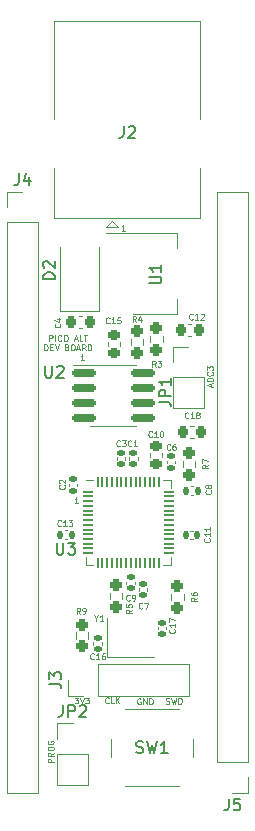
<source format=gbr>
%TF.GenerationSoftware,KiCad,Pcbnew,(6.0.11)*%
%TF.CreationDate,2024-02-22T22:04:14-06:00*%
%TF.ProjectId,PicoAlt,5069636f-416c-4742-9e6b-696361645f70,rev?*%
%TF.SameCoordinates,Original*%
%TF.FileFunction,Legend,Top*%
%TF.FilePolarity,Positive*%
%FSLAX46Y46*%
G04 Gerber Fmt 4.6, Leading zero omitted, Abs format (unit mm)*
G04 Created by KiCad (PCBNEW (6.0.11)) date 2024-02-22 22:04:14*
%MOMM*%
%LPD*%
G01*
G04 APERTURE LIST*
G04 Aperture macros list*
%AMRoundRect*
0 Rectangle with rounded corners*
0 $1 Rounding radius*
0 $2 $3 $4 $5 $6 $7 $8 $9 X,Y pos of 4 corners*
0 Add a 4 corners polygon primitive as box body*
4,1,4,$2,$3,$4,$5,$6,$7,$8,$9,$2,$3,0*
0 Add four circle primitives for the rounded corners*
1,1,$1+$1,$2,$3*
1,1,$1+$1,$4,$5*
1,1,$1+$1,$6,$7*
1,1,$1+$1,$8,$9*
0 Add four rect primitives between the rounded corners*
20,1,$1+$1,$2,$3,$4,$5,0*
20,1,$1+$1,$4,$5,$6,$7,0*
20,1,$1+$1,$6,$7,$8,$9,0*
20,1,$1+$1,$8,$9,$2,$3,0*%
G04 Aperture macros list end*
%ADD10C,0.125000*%
%ADD11C,0.150000*%
%ADD12C,0.120000*%
%ADD13R,1.700000X1.700000*%
%ADD14C,1.700000*%
%ADD15C,3.500000*%
%ADD16O,1.700000X1.700000*%
%ADD17RoundRect,0.225000X0.225000X0.250000X-0.225000X0.250000X-0.225000X-0.250000X0.225000X-0.250000X0*%
%ADD18RoundRect,0.225000X-0.225000X-0.250000X0.225000X-0.250000X0.225000X0.250000X-0.225000X0.250000X0*%
%ADD19RoundRect,0.237500X-0.237500X0.250000X-0.237500X-0.250000X0.237500X-0.250000X0.237500X0.250000X0*%
%ADD20R,1.400000X1.200000*%
%ADD21RoundRect,0.237500X0.237500X-0.250000X0.237500X0.250000X-0.237500X0.250000X-0.237500X-0.250000X0*%
%ADD22RoundRect,0.140000X0.170000X-0.140000X0.170000X0.140000X-0.170000X0.140000X-0.170000X-0.140000X0*%
%ADD23RoundRect,0.140000X-0.170000X0.140000X-0.170000X-0.140000X0.170000X-0.140000X0.170000X0.140000X0*%
%ADD24RoundRect,0.225000X0.250000X-0.225000X0.250000X0.225000X-0.250000X0.225000X-0.250000X-0.225000X0*%
%ADD25RoundRect,0.140000X0.140000X0.170000X-0.140000X0.170000X-0.140000X-0.170000X0.140000X-0.170000X0*%
%ADD26RoundRect,0.140000X-0.140000X-0.170000X0.140000X-0.170000X0.140000X0.170000X-0.140000X0.170000X0*%
%ADD27RoundRect,0.050000X-0.387500X-0.050000X0.387500X-0.050000X0.387500X0.050000X-0.387500X0.050000X0*%
%ADD28RoundRect,0.050000X-0.050000X-0.387500X0.050000X-0.387500X0.050000X0.387500X-0.050000X0.387500X0*%
%ADD29R,3.200000X3.200000*%
%ADD30RoundRect,0.150000X-0.825000X-0.150000X0.825000X-0.150000X0.825000X0.150000X-0.825000X0.150000X0*%
%ADD31R,2.000000X1.500000*%
%ADD32R,2.000000X3.800000*%
%ADD33C,2.000000*%
%ADD34R,1.800000X2.500000*%
G04 APERTURE END LIST*
D10*
X151831428Y-120742380D02*
X151902857Y-120766190D01*
X152021904Y-120766190D01*
X152069523Y-120742380D01*
X152093333Y-120718571D01*
X152117142Y-120670952D01*
X152117142Y-120623333D01*
X152093333Y-120575714D01*
X152069523Y-120551904D01*
X152021904Y-120528095D01*
X151926666Y-120504285D01*
X151879047Y-120480476D01*
X151855238Y-120456666D01*
X151831428Y-120409047D01*
X151831428Y-120361428D01*
X151855238Y-120313809D01*
X151879047Y-120290000D01*
X151926666Y-120266190D01*
X152045714Y-120266190D01*
X152117142Y-120290000D01*
X152283809Y-120266190D02*
X152402857Y-120766190D01*
X152498095Y-120409047D01*
X152593333Y-120766190D01*
X152712380Y-120266190D01*
X152902857Y-120766190D02*
X152902857Y-120266190D01*
X153021904Y-120266190D01*
X153093333Y-120290000D01*
X153140952Y-120337619D01*
X153164761Y-120385238D01*
X153188571Y-120480476D01*
X153188571Y-120551904D01*
X153164761Y-120647142D01*
X153140952Y-120694761D01*
X153093333Y-120742380D01*
X153021904Y-120766190D01*
X152902857Y-120766190D01*
X146992380Y-120678571D02*
X146968571Y-120702380D01*
X146897142Y-120726190D01*
X146849523Y-120726190D01*
X146778095Y-120702380D01*
X146730476Y-120654761D01*
X146706666Y-120607142D01*
X146682857Y-120511904D01*
X146682857Y-120440476D01*
X146706666Y-120345238D01*
X146730476Y-120297619D01*
X146778095Y-120250000D01*
X146849523Y-120226190D01*
X146897142Y-120226190D01*
X146968571Y-120250000D01*
X146992380Y-120273809D01*
X147444761Y-120726190D02*
X147206666Y-120726190D01*
X147206666Y-120226190D01*
X147611428Y-120726190D02*
X147611428Y-120226190D01*
X147897142Y-120726190D02*
X147682857Y-120440476D01*
X147897142Y-120226190D02*
X147611428Y-120511904D01*
X144120952Y-120236190D02*
X144430476Y-120236190D01*
X144263809Y-120426666D01*
X144335238Y-120426666D01*
X144382857Y-120450476D01*
X144406666Y-120474285D01*
X144430476Y-120521904D01*
X144430476Y-120640952D01*
X144406666Y-120688571D01*
X144382857Y-120712380D01*
X144335238Y-120736190D01*
X144192380Y-120736190D01*
X144144761Y-120712380D01*
X144120952Y-120688571D01*
X144573333Y-120236190D02*
X144740000Y-120736190D01*
X144906666Y-120236190D01*
X145025714Y-120236190D02*
X145335238Y-120236190D01*
X145168571Y-120426666D01*
X145240000Y-120426666D01*
X145287619Y-120450476D01*
X145311428Y-120474285D01*
X145335238Y-120521904D01*
X145335238Y-120640952D01*
X145311428Y-120688571D01*
X145287619Y-120712380D01*
X145240000Y-120736190D01*
X145097142Y-120736190D01*
X145049523Y-120712380D01*
X145025714Y-120688571D01*
X155673333Y-93907142D02*
X155673333Y-93669047D01*
X155816190Y-93954761D02*
X155316190Y-93788095D01*
X155816190Y-93621428D01*
X155816190Y-93454761D02*
X155316190Y-93454761D01*
X155316190Y-93335714D01*
X155340000Y-93264285D01*
X155387619Y-93216666D01*
X155435238Y-93192857D01*
X155530476Y-93169047D01*
X155601904Y-93169047D01*
X155697142Y-93192857D01*
X155744761Y-93216666D01*
X155792380Y-93264285D01*
X155816190Y-93335714D01*
X155816190Y-93454761D01*
X155768571Y-92669047D02*
X155792380Y-92692857D01*
X155816190Y-92764285D01*
X155816190Y-92811904D01*
X155792380Y-92883333D01*
X155744761Y-92930952D01*
X155697142Y-92954761D01*
X155601904Y-92978571D01*
X155530476Y-92978571D01*
X155435238Y-92954761D01*
X155387619Y-92930952D01*
X155340000Y-92883333D01*
X155316190Y-92811904D01*
X155316190Y-92764285D01*
X155340000Y-92692857D01*
X155363809Y-92669047D01*
X155316190Y-92502380D02*
X155316190Y-92192857D01*
X155506666Y-92359523D01*
X155506666Y-92288095D01*
X155530476Y-92240476D01*
X155554285Y-92216666D01*
X155601904Y-92192857D01*
X155720952Y-92192857D01*
X155768571Y-92216666D01*
X155792380Y-92240476D01*
X155816190Y-92288095D01*
X155816190Y-92430952D01*
X155792380Y-92478571D01*
X155768571Y-92502380D01*
X142326190Y-125692857D02*
X141826190Y-125692857D01*
X141826190Y-125502380D01*
X141850000Y-125454761D01*
X141873809Y-125430952D01*
X141921428Y-125407142D01*
X141992857Y-125407142D01*
X142040476Y-125430952D01*
X142064285Y-125454761D01*
X142088095Y-125502380D01*
X142088095Y-125692857D01*
X142326190Y-124907142D02*
X142088095Y-125073809D01*
X142326190Y-125192857D02*
X141826190Y-125192857D01*
X141826190Y-125002380D01*
X141850000Y-124954761D01*
X141873809Y-124930952D01*
X141921428Y-124907142D01*
X141992857Y-124907142D01*
X142040476Y-124930952D01*
X142064285Y-124954761D01*
X142088095Y-125002380D01*
X142088095Y-125192857D01*
X141826190Y-124597619D02*
X141826190Y-124502380D01*
X141850000Y-124454761D01*
X141897619Y-124407142D01*
X141992857Y-124383333D01*
X142159523Y-124383333D01*
X142254761Y-124407142D01*
X142302380Y-124454761D01*
X142326190Y-124502380D01*
X142326190Y-124597619D01*
X142302380Y-124645238D01*
X142254761Y-124692857D01*
X142159523Y-124716666D01*
X141992857Y-124716666D01*
X141897619Y-124692857D01*
X141850000Y-124645238D01*
X141826190Y-124597619D01*
X141850000Y-123907142D02*
X141826190Y-123954761D01*
X141826190Y-124026190D01*
X141850000Y-124097619D01*
X141897619Y-124145238D01*
X141945238Y-124169047D01*
X142040476Y-124192857D01*
X142111904Y-124192857D01*
X142207142Y-124169047D01*
X142254761Y-124145238D01*
X142302380Y-124097619D01*
X142326190Y-124026190D01*
X142326190Y-123978571D01*
X142302380Y-123907142D01*
X142278571Y-123883333D01*
X142111904Y-123883333D01*
X142111904Y-123978571D01*
X149689047Y-120330000D02*
X149641428Y-120306190D01*
X149570000Y-120306190D01*
X149498571Y-120330000D01*
X149450952Y-120377619D01*
X149427142Y-120425238D01*
X149403333Y-120520476D01*
X149403333Y-120591904D01*
X149427142Y-120687142D01*
X149450952Y-120734761D01*
X149498571Y-120782380D01*
X149570000Y-120806190D01*
X149617619Y-120806190D01*
X149689047Y-120782380D01*
X149712857Y-120758571D01*
X149712857Y-120591904D01*
X149617619Y-120591904D01*
X149927142Y-120806190D02*
X149927142Y-120306190D01*
X150212857Y-120806190D01*
X150212857Y-120306190D01*
X150450952Y-120806190D02*
X150450952Y-120306190D01*
X150570000Y-120306190D01*
X150641428Y-120330000D01*
X150689047Y-120377619D01*
X150712857Y-120425238D01*
X150736666Y-120520476D01*
X150736666Y-120591904D01*
X150712857Y-120687142D01*
X150689047Y-120734761D01*
X150641428Y-120782380D01*
X150570000Y-120806190D01*
X150450952Y-120806190D01*
X141970476Y-90033690D02*
X141970476Y-89533690D01*
X142160952Y-89533690D01*
X142208571Y-89557500D01*
X142232380Y-89581309D01*
X142256190Y-89628928D01*
X142256190Y-89700357D01*
X142232380Y-89747976D01*
X142208571Y-89771785D01*
X142160952Y-89795595D01*
X141970476Y-89795595D01*
X142470476Y-90033690D02*
X142470476Y-89533690D01*
X142994285Y-89986071D02*
X142970476Y-90009880D01*
X142899047Y-90033690D01*
X142851428Y-90033690D01*
X142780000Y-90009880D01*
X142732380Y-89962261D01*
X142708571Y-89914642D01*
X142684761Y-89819404D01*
X142684761Y-89747976D01*
X142708571Y-89652738D01*
X142732380Y-89605119D01*
X142780000Y-89557500D01*
X142851428Y-89533690D01*
X142899047Y-89533690D01*
X142970476Y-89557500D01*
X142994285Y-89581309D01*
X143303809Y-89533690D02*
X143399047Y-89533690D01*
X143446666Y-89557500D01*
X143494285Y-89605119D01*
X143518095Y-89700357D01*
X143518095Y-89867023D01*
X143494285Y-89962261D01*
X143446666Y-90009880D01*
X143399047Y-90033690D01*
X143303809Y-90033690D01*
X143256190Y-90009880D01*
X143208571Y-89962261D01*
X143184761Y-89867023D01*
X143184761Y-89700357D01*
X143208571Y-89605119D01*
X143256190Y-89557500D01*
X143303809Y-89533690D01*
X144089523Y-89890833D02*
X144327619Y-89890833D01*
X144041904Y-90033690D02*
X144208571Y-89533690D01*
X144375238Y-90033690D01*
X144780000Y-90033690D02*
X144541904Y-90033690D01*
X144541904Y-89533690D01*
X144875238Y-89533690D02*
X145160952Y-89533690D01*
X145018095Y-90033690D02*
X145018095Y-89533690D01*
X141541904Y-90838690D02*
X141541904Y-90338690D01*
X141660952Y-90338690D01*
X141732380Y-90362500D01*
X141780000Y-90410119D01*
X141803809Y-90457738D01*
X141827619Y-90552976D01*
X141827619Y-90624404D01*
X141803809Y-90719642D01*
X141780000Y-90767261D01*
X141732380Y-90814880D01*
X141660952Y-90838690D01*
X141541904Y-90838690D01*
X142041904Y-90576785D02*
X142208571Y-90576785D01*
X142280000Y-90838690D02*
X142041904Y-90838690D01*
X142041904Y-90338690D01*
X142280000Y-90338690D01*
X142422857Y-90338690D02*
X142589523Y-90838690D01*
X142756190Y-90338690D01*
X143470476Y-90576785D02*
X143541904Y-90600595D01*
X143565714Y-90624404D01*
X143589523Y-90672023D01*
X143589523Y-90743452D01*
X143565714Y-90791071D01*
X143541904Y-90814880D01*
X143494285Y-90838690D01*
X143303809Y-90838690D01*
X143303809Y-90338690D01*
X143470476Y-90338690D01*
X143518095Y-90362500D01*
X143541904Y-90386309D01*
X143565714Y-90433928D01*
X143565714Y-90481547D01*
X143541904Y-90529166D01*
X143518095Y-90552976D01*
X143470476Y-90576785D01*
X143303809Y-90576785D01*
X143899047Y-90338690D02*
X143994285Y-90338690D01*
X144041904Y-90362500D01*
X144089523Y-90410119D01*
X144113333Y-90505357D01*
X144113333Y-90672023D01*
X144089523Y-90767261D01*
X144041904Y-90814880D01*
X143994285Y-90838690D01*
X143899047Y-90838690D01*
X143851428Y-90814880D01*
X143803809Y-90767261D01*
X143780000Y-90672023D01*
X143780000Y-90505357D01*
X143803809Y-90410119D01*
X143851428Y-90362500D01*
X143899047Y-90338690D01*
X144303809Y-90695833D02*
X144541904Y-90695833D01*
X144256190Y-90838690D02*
X144422857Y-90338690D01*
X144589523Y-90838690D01*
X145041904Y-90838690D02*
X144875238Y-90600595D01*
X144756190Y-90838690D02*
X144756190Y-90338690D01*
X144946666Y-90338690D01*
X144994285Y-90362500D01*
X145018095Y-90386309D01*
X145041904Y-90433928D01*
X145041904Y-90505357D01*
X145018095Y-90552976D01*
X144994285Y-90576785D01*
X144946666Y-90600595D01*
X144756190Y-90600595D01*
X145256190Y-90838690D02*
X145256190Y-90338690D01*
X145375238Y-90338690D01*
X145446666Y-90362500D01*
X145494285Y-90410119D01*
X145518095Y-90457738D01*
X145541904Y-90552976D01*
X145541904Y-90624404D01*
X145518095Y-90719642D01*
X145494285Y-90767261D01*
X145446666Y-90814880D01*
X145375238Y-90838690D01*
X145256190Y-90838690D01*
X148382857Y-80706190D02*
X148097142Y-80706190D01*
X148240000Y-80706190D02*
X148240000Y-80206190D01*
X148192380Y-80277619D01*
X148144761Y-80325238D01*
X148097142Y-80349047D01*
X144392857Y-103786190D02*
X144107142Y-103786190D01*
X144250000Y-103786190D02*
X144250000Y-103286190D01*
X144202380Y-103357619D01*
X144154761Y-103405238D01*
X144107142Y-103429047D01*
X144922857Y-91666190D02*
X144637142Y-91666190D01*
X144780000Y-91666190D02*
X144780000Y-91166190D01*
X144732380Y-91237619D01*
X144684761Y-91285238D01*
X144637142Y-91309047D01*
D11*
%TO.C,J2*%
X148256666Y-71842380D02*
X148256666Y-72556666D01*
X148209047Y-72699523D01*
X148113809Y-72794761D01*
X147970952Y-72842380D01*
X147875714Y-72842380D01*
X148685238Y-71937619D02*
X148732857Y-71890000D01*
X148828095Y-71842380D01*
X149066190Y-71842380D01*
X149161428Y-71890000D01*
X149209047Y-71937619D01*
X149256666Y-72032857D01*
X149256666Y-72128095D01*
X149209047Y-72270952D01*
X148637619Y-72842380D01*
X149256666Y-72842380D01*
%TO.C,JP2*%
X143106666Y-120862380D02*
X143106666Y-121576666D01*
X143059047Y-121719523D01*
X142963809Y-121814761D01*
X142820952Y-121862380D01*
X142725714Y-121862380D01*
X143582857Y-121862380D02*
X143582857Y-120862380D01*
X143963809Y-120862380D01*
X144059047Y-120910000D01*
X144106666Y-120957619D01*
X144154285Y-121052857D01*
X144154285Y-121195714D01*
X144106666Y-121290952D01*
X144059047Y-121338571D01*
X143963809Y-121386190D01*
X143582857Y-121386190D01*
X144535238Y-120957619D02*
X144582857Y-120910000D01*
X144678095Y-120862380D01*
X144916190Y-120862380D01*
X145011428Y-120910000D01*
X145059047Y-120957619D01*
X145106666Y-121052857D01*
X145106666Y-121148095D01*
X145059047Y-121290952D01*
X144487619Y-121862380D01*
X145106666Y-121862380D01*
D10*
%TO.C,C4*%
X142868571Y-88593333D02*
X142892380Y-88617142D01*
X142916190Y-88688571D01*
X142916190Y-88736190D01*
X142892380Y-88807619D01*
X142844761Y-88855238D01*
X142797142Y-88879047D01*
X142701904Y-88902857D01*
X142630476Y-88902857D01*
X142535238Y-88879047D01*
X142487619Y-88855238D01*
X142440000Y-88807619D01*
X142416190Y-88736190D01*
X142416190Y-88688571D01*
X142440000Y-88617142D01*
X142463809Y-88593333D01*
X142582857Y-88164761D02*
X142916190Y-88164761D01*
X142392380Y-88283809D02*
X142749523Y-88402857D01*
X142749523Y-88093333D01*
%TO.C,C18*%
X153738571Y-96538571D02*
X153714761Y-96562380D01*
X153643333Y-96586190D01*
X153595714Y-96586190D01*
X153524285Y-96562380D01*
X153476666Y-96514761D01*
X153452857Y-96467142D01*
X153429047Y-96371904D01*
X153429047Y-96300476D01*
X153452857Y-96205238D01*
X153476666Y-96157619D01*
X153524285Y-96110000D01*
X153595714Y-96086190D01*
X153643333Y-96086190D01*
X153714761Y-96110000D01*
X153738571Y-96133809D01*
X154214761Y-96586190D02*
X153929047Y-96586190D01*
X154071904Y-96586190D02*
X154071904Y-96086190D01*
X154024285Y-96157619D01*
X153976666Y-96205238D01*
X153929047Y-96229047D01*
X154500476Y-96300476D02*
X154452857Y-96276666D01*
X154429047Y-96252857D01*
X154405238Y-96205238D01*
X154405238Y-96181428D01*
X154429047Y-96133809D01*
X154452857Y-96110000D01*
X154500476Y-96086190D01*
X154595714Y-96086190D01*
X154643333Y-96110000D01*
X154667142Y-96133809D01*
X154690952Y-96181428D01*
X154690952Y-96205238D01*
X154667142Y-96252857D01*
X154643333Y-96276666D01*
X154595714Y-96300476D01*
X154500476Y-96300476D01*
X154452857Y-96324285D01*
X154429047Y-96348095D01*
X154405238Y-96395714D01*
X154405238Y-96490952D01*
X154429047Y-96538571D01*
X154452857Y-96562380D01*
X154500476Y-96586190D01*
X154595714Y-96586190D01*
X154643333Y-96562380D01*
X154667142Y-96538571D01*
X154690952Y-96490952D01*
X154690952Y-96395714D01*
X154667142Y-96348095D01*
X154643333Y-96324285D01*
X154595714Y-96300476D01*
%TO.C,R7*%
X155426190Y-100530833D02*
X155188095Y-100697500D01*
X155426190Y-100816547D02*
X154926190Y-100816547D01*
X154926190Y-100626071D01*
X154950000Y-100578452D01*
X154973809Y-100554642D01*
X155021428Y-100530833D01*
X155092857Y-100530833D01*
X155140476Y-100554642D01*
X155164285Y-100578452D01*
X155188095Y-100626071D01*
X155188095Y-100816547D01*
X154926190Y-100364166D02*
X154926190Y-100030833D01*
X155426190Y-100245119D01*
%TO.C,Y1*%
X145941904Y-113508095D02*
X145941904Y-113746190D01*
X145775238Y-113246190D02*
X145941904Y-113508095D01*
X146108571Y-113246190D01*
X146537142Y-113746190D02*
X146251428Y-113746190D01*
X146394285Y-113746190D02*
X146394285Y-113246190D01*
X146346666Y-113317619D01*
X146299047Y-113365238D01*
X146251428Y-113389047D01*
%TO.C,R6*%
X154476190Y-111783333D02*
X154238095Y-111950000D01*
X154476190Y-112069047D02*
X153976190Y-112069047D01*
X153976190Y-111878571D01*
X154000000Y-111830952D01*
X154023809Y-111807142D01*
X154071428Y-111783333D01*
X154142857Y-111783333D01*
X154190476Y-111807142D01*
X154214285Y-111830952D01*
X154238095Y-111878571D01*
X154238095Y-112069047D01*
X153976190Y-111354761D02*
X153976190Y-111450000D01*
X154000000Y-111497619D01*
X154023809Y-111521428D01*
X154095238Y-111569047D01*
X154190476Y-111592857D01*
X154380952Y-111592857D01*
X154428571Y-111569047D01*
X154452380Y-111545238D01*
X154476190Y-111497619D01*
X154476190Y-111402380D01*
X154452380Y-111354761D01*
X154428571Y-111330952D01*
X154380952Y-111307142D01*
X154261904Y-111307142D01*
X154214285Y-111330952D01*
X154190476Y-111354761D01*
X154166666Y-111402380D01*
X154166666Y-111497619D01*
X154190476Y-111545238D01*
X154214285Y-111569047D01*
X154261904Y-111592857D01*
%TO.C,R9*%
X144576666Y-113136190D02*
X144410000Y-112898095D01*
X144290952Y-113136190D02*
X144290952Y-112636190D01*
X144481428Y-112636190D01*
X144529047Y-112660000D01*
X144552857Y-112683809D01*
X144576666Y-112731428D01*
X144576666Y-112802857D01*
X144552857Y-112850476D01*
X144529047Y-112874285D01*
X144481428Y-112898095D01*
X144290952Y-112898095D01*
X144814761Y-113136190D02*
X144910000Y-113136190D01*
X144957619Y-113112380D01*
X144981428Y-113088571D01*
X145029047Y-113017142D01*
X145052857Y-112921904D01*
X145052857Y-112731428D01*
X145029047Y-112683809D01*
X145005238Y-112660000D01*
X144957619Y-112636190D01*
X144862380Y-112636190D01*
X144814761Y-112660000D01*
X144790952Y-112683809D01*
X144767142Y-112731428D01*
X144767142Y-112850476D01*
X144790952Y-112898095D01*
X144814761Y-112921904D01*
X144862380Y-112945714D01*
X144957619Y-112945714D01*
X145005238Y-112921904D01*
X145029047Y-112898095D01*
X145052857Y-112850476D01*
%TO.C,R5*%
X148966190Y-112793333D02*
X148728095Y-112960000D01*
X148966190Y-113079047D02*
X148466190Y-113079047D01*
X148466190Y-112888571D01*
X148490000Y-112840952D01*
X148513809Y-112817142D01*
X148561428Y-112793333D01*
X148632857Y-112793333D01*
X148680476Y-112817142D01*
X148704285Y-112840952D01*
X148728095Y-112888571D01*
X148728095Y-113079047D01*
X148466190Y-112340952D02*
X148466190Y-112579047D01*
X148704285Y-112602857D01*
X148680476Y-112579047D01*
X148656666Y-112531428D01*
X148656666Y-112412380D01*
X148680476Y-112364761D01*
X148704285Y-112340952D01*
X148751904Y-112317142D01*
X148870952Y-112317142D01*
X148918571Y-112340952D01*
X148942380Y-112364761D01*
X148966190Y-112412380D01*
X148966190Y-112531428D01*
X148942380Y-112579047D01*
X148918571Y-112602857D01*
%TO.C,R4*%
X149306666Y-88426190D02*
X149140000Y-88188095D01*
X149020952Y-88426190D02*
X149020952Y-87926190D01*
X149211428Y-87926190D01*
X149259047Y-87950000D01*
X149282857Y-87973809D01*
X149306666Y-88021428D01*
X149306666Y-88092857D01*
X149282857Y-88140476D01*
X149259047Y-88164285D01*
X149211428Y-88188095D01*
X149020952Y-88188095D01*
X149735238Y-88092857D02*
X149735238Y-88426190D01*
X149616190Y-87902380D02*
X149497142Y-88259523D01*
X149806666Y-88259523D01*
%TO.C,R3*%
X150966666Y-92216190D02*
X150800000Y-91978095D01*
X150680952Y-92216190D02*
X150680952Y-91716190D01*
X150871428Y-91716190D01*
X150919047Y-91740000D01*
X150942857Y-91763809D01*
X150966666Y-91811428D01*
X150966666Y-91882857D01*
X150942857Y-91930476D01*
X150919047Y-91954285D01*
X150871428Y-91978095D01*
X150680952Y-91978095D01*
X151133333Y-91716190D02*
X151442857Y-91716190D01*
X151276190Y-91906666D01*
X151347619Y-91906666D01*
X151395238Y-91930476D01*
X151419047Y-91954285D01*
X151442857Y-92001904D01*
X151442857Y-92120952D01*
X151419047Y-92168571D01*
X151395238Y-92192380D01*
X151347619Y-92216190D01*
X151204761Y-92216190D01*
X151157142Y-92192380D01*
X151133333Y-92168571D01*
%TO.C,C17*%
X152558571Y-114451428D02*
X152582380Y-114475238D01*
X152606190Y-114546666D01*
X152606190Y-114594285D01*
X152582380Y-114665714D01*
X152534761Y-114713333D01*
X152487142Y-114737142D01*
X152391904Y-114760952D01*
X152320476Y-114760952D01*
X152225238Y-114737142D01*
X152177619Y-114713333D01*
X152130000Y-114665714D01*
X152106190Y-114594285D01*
X152106190Y-114546666D01*
X152130000Y-114475238D01*
X152153809Y-114451428D01*
X152606190Y-113975238D02*
X152606190Y-114260952D01*
X152606190Y-114118095D02*
X152106190Y-114118095D01*
X152177619Y-114165714D01*
X152225238Y-114213333D01*
X152249047Y-114260952D01*
X152106190Y-113808571D02*
X152106190Y-113475238D01*
X152606190Y-113689523D01*
%TO.C,C16*%
X145738571Y-116948571D02*
X145714761Y-116972380D01*
X145643333Y-116996190D01*
X145595714Y-116996190D01*
X145524285Y-116972380D01*
X145476666Y-116924761D01*
X145452857Y-116877142D01*
X145429047Y-116781904D01*
X145429047Y-116710476D01*
X145452857Y-116615238D01*
X145476666Y-116567619D01*
X145524285Y-116520000D01*
X145595714Y-116496190D01*
X145643333Y-116496190D01*
X145714761Y-116520000D01*
X145738571Y-116543809D01*
X146214761Y-116996190D02*
X145929047Y-116996190D01*
X146071904Y-116996190D02*
X146071904Y-116496190D01*
X146024285Y-116567619D01*
X145976666Y-116615238D01*
X145929047Y-116639047D01*
X146643333Y-116496190D02*
X146548095Y-116496190D01*
X146500476Y-116520000D01*
X146476666Y-116543809D01*
X146429047Y-116615238D01*
X146405238Y-116710476D01*
X146405238Y-116900952D01*
X146429047Y-116948571D01*
X146452857Y-116972380D01*
X146500476Y-116996190D01*
X146595714Y-116996190D01*
X146643333Y-116972380D01*
X146667142Y-116948571D01*
X146690952Y-116900952D01*
X146690952Y-116781904D01*
X146667142Y-116734285D01*
X146643333Y-116710476D01*
X146595714Y-116686666D01*
X146500476Y-116686666D01*
X146452857Y-116710476D01*
X146429047Y-116734285D01*
X146405238Y-116781904D01*
%TO.C,C15*%
X147068571Y-88508571D02*
X147044761Y-88532380D01*
X146973333Y-88556190D01*
X146925714Y-88556190D01*
X146854285Y-88532380D01*
X146806666Y-88484761D01*
X146782857Y-88437142D01*
X146759047Y-88341904D01*
X146759047Y-88270476D01*
X146782857Y-88175238D01*
X146806666Y-88127619D01*
X146854285Y-88080000D01*
X146925714Y-88056190D01*
X146973333Y-88056190D01*
X147044761Y-88080000D01*
X147068571Y-88103809D01*
X147544761Y-88556190D02*
X147259047Y-88556190D01*
X147401904Y-88556190D02*
X147401904Y-88056190D01*
X147354285Y-88127619D01*
X147306666Y-88175238D01*
X147259047Y-88199047D01*
X147997142Y-88056190D02*
X147759047Y-88056190D01*
X147735238Y-88294285D01*
X147759047Y-88270476D01*
X147806666Y-88246666D01*
X147925714Y-88246666D01*
X147973333Y-88270476D01*
X147997142Y-88294285D01*
X148020952Y-88341904D01*
X148020952Y-88460952D01*
X147997142Y-88508571D01*
X147973333Y-88532380D01*
X147925714Y-88556190D01*
X147806666Y-88556190D01*
X147759047Y-88532380D01*
X147735238Y-88508571D01*
%TO.C,C13*%
X142958571Y-105668571D02*
X142934761Y-105692380D01*
X142863333Y-105716190D01*
X142815714Y-105716190D01*
X142744285Y-105692380D01*
X142696666Y-105644761D01*
X142672857Y-105597142D01*
X142649047Y-105501904D01*
X142649047Y-105430476D01*
X142672857Y-105335238D01*
X142696666Y-105287619D01*
X142744285Y-105240000D01*
X142815714Y-105216190D01*
X142863333Y-105216190D01*
X142934761Y-105240000D01*
X142958571Y-105263809D01*
X143434761Y-105716190D02*
X143149047Y-105716190D01*
X143291904Y-105716190D02*
X143291904Y-105216190D01*
X143244285Y-105287619D01*
X143196666Y-105335238D01*
X143149047Y-105359047D01*
X143601428Y-105216190D02*
X143910952Y-105216190D01*
X143744285Y-105406666D01*
X143815714Y-105406666D01*
X143863333Y-105430476D01*
X143887142Y-105454285D01*
X143910952Y-105501904D01*
X143910952Y-105620952D01*
X143887142Y-105668571D01*
X143863333Y-105692380D01*
X143815714Y-105716190D01*
X143672857Y-105716190D01*
X143625238Y-105692380D01*
X143601428Y-105668571D01*
%TO.C,C12*%
X154108571Y-88178571D02*
X154084761Y-88202380D01*
X154013333Y-88226190D01*
X153965714Y-88226190D01*
X153894285Y-88202380D01*
X153846666Y-88154761D01*
X153822857Y-88107142D01*
X153799047Y-88011904D01*
X153799047Y-87940476D01*
X153822857Y-87845238D01*
X153846666Y-87797619D01*
X153894285Y-87750000D01*
X153965714Y-87726190D01*
X154013333Y-87726190D01*
X154084761Y-87750000D01*
X154108571Y-87773809D01*
X154584761Y-88226190D02*
X154299047Y-88226190D01*
X154441904Y-88226190D02*
X154441904Y-87726190D01*
X154394285Y-87797619D01*
X154346666Y-87845238D01*
X154299047Y-87869047D01*
X154775238Y-87773809D02*
X154799047Y-87750000D01*
X154846666Y-87726190D01*
X154965714Y-87726190D01*
X155013333Y-87750000D01*
X155037142Y-87773809D01*
X155060952Y-87821428D01*
X155060952Y-87869047D01*
X155037142Y-87940476D01*
X154751428Y-88226190D01*
X155060952Y-88226190D01*
%TO.C,C11*%
X155528571Y-106761428D02*
X155552380Y-106785238D01*
X155576190Y-106856666D01*
X155576190Y-106904285D01*
X155552380Y-106975714D01*
X155504761Y-107023333D01*
X155457142Y-107047142D01*
X155361904Y-107070952D01*
X155290476Y-107070952D01*
X155195238Y-107047142D01*
X155147619Y-107023333D01*
X155100000Y-106975714D01*
X155076190Y-106904285D01*
X155076190Y-106856666D01*
X155100000Y-106785238D01*
X155123809Y-106761428D01*
X155576190Y-106285238D02*
X155576190Y-106570952D01*
X155576190Y-106428095D02*
X155076190Y-106428095D01*
X155147619Y-106475714D01*
X155195238Y-106523333D01*
X155219047Y-106570952D01*
X155576190Y-105809047D02*
X155576190Y-106094761D01*
X155576190Y-105951904D02*
X155076190Y-105951904D01*
X155147619Y-105999523D01*
X155195238Y-106047142D01*
X155219047Y-106094761D01*
%TO.C,C10*%
X150658571Y-98128571D02*
X150634761Y-98152380D01*
X150563333Y-98176190D01*
X150515714Y-98176190D01*
X150444285Y-98152380D01*
X150396666Y-98104761D01*
X150372857Y-98057142D01*
X150349047Y-97961904D01*
X150349047Y-97890476D01*
X150372857Y-97795238D01*
X150396666Y-97747619D01*
X150444285Y-97700000D01*
X150515714Y-97676190D01*
X150563333Y-97676190D01*
X150634761Y-97700000D01*
X150658571Y-97723809D01*
X151134761Y-98176190D02*
X150849047Y-98176190D01*
X150991904Y-98176190D02*
X150991904Y-97676190D01*
X150944285Y-97747619D01*
X150896666Y-97795238D01*
X150849047Y-97819047D01*
X151444285Y-97676190D02*
X151491904Y-97676190D01*
X151539523Y-97700000D01*
X151563333Y-97723809D01*
X151587142Y-97771428D01*
X151610952Y-97866666D01*
X151610952Y-97985714D01*
X151587142Y-98080952D01*
X151563333Y-98128571D01*
X151539523Y-98152380D01*
X151491904Y-98176190D01*
X151444285Y-98176190D01*
X151396666Y-98152380D01*
X151372857Y-98128571D01*
X151349047Y-98080952D01*
X151325238Y-97985714D01*
X151325238Y-97866666D01*
X151349047Y-97771428D01*
X151372857Y-97723809D01*
X151396666Y-97700000D01*
X151444285Y-97676190D01*
%TO.C,C9*%
X148776666Y-111988571D02*
X148752857Y-112012380D01*
X148681428Y-112036190D01*
X148633809Y-112036190D01*
X148562380Y-112012380D01*
X148514761Y-111964761D01*
X148490952Y-111917142D01*
X148467142Y-111821904D01*
X148467142Y-111750476D01*
X148490952Y-111655238D01*
X148514761Y-111607619D01*
X148562380Y-111560000D01*
X148633809Y-111536190D01*
X148681428Y-111536190D01*
X148752857Y-111560000D01*
X148776666Y-111583809D01*
X149014761Y-112036190D02*
X149110000Y-112036190D01*
X149157619Y-112012380D01*
X149181428Y-111988571D01*
X149229047Y-111917142D01*
X149252857Y-111821904D01*
X149252857Y-111631428D01*
X149229047Y-111583809D01*
X149205238Y-111560000D01*
X149157619Y-111536190D01*
X149062380Y-111536190D01*
X149014761Y-111560000D01*
X148990952Y-111583809D01*
X148967142Y-111631428D01*
X148967142Y-111750476D01*
X148990952Y-111798095D01*
X149014761Y-111821904D01*
X149062380Y-111845714D01*
X149157619Y-111845714D01*
X149205238Y-111821904D01*
X149229047Y-111798095D01*
X149252857Y-111750476D01*
%TO.C,C8*%
X155626571Y-102699333D02*
X155650380Y-102723142D01*
X155674190Y-102794571D01*
X155674190Y-102842190D01*
X155650380Y-102913619D01*
X155602761Y-102961238D01*
X155555142Y-102985047D01*
X155459904Y-103008857D01*
X155388476Y-103008857D01*
X155293238Y-102985047D01*
X155245619Y-102961238D01*
X155198000Y-102913619D01*
X155174190Y-102842190D01*
X155174190Y-102794571D01*
X155198000Y-102723142D01*
X155221809Y-102699333D01*
X155388476Y-102413619D02*
X155364666Y-102461238D01*
X155340857Y-102485047D01*
X155293238Y-102508857D01*
X155269428Y-102508857D01*
X155221809Y-102485047D01*
X155198000Y-102461238D01*
X155174190Y-102413619D01*
X155174190Y-102318380D01*
X155198000Y-102270761D01*
X155221809Y-102246952D01*
X155269428Y-102223142D01*
X155293238Y-102223142D01*
X155340857Y-102246952D01*
X155364666Y-102270761D01*
X155388476Y-102318380D01*
X155388476Y-102413619D01*
X155412285Y-102461238D01*
X155436095Y-102485047D01*
X155483714Y-102508857D01*
X155578952Y-102508857D01*
X155626571Y-102485047D01*
X155650380Y-102461238D01*
X155674190Y-102413619D01*
X155674190Y-102318380D01*
X155650380Y-102270761D01*
X155626571Y-102246952D01*
X155578952Y-102223142D01*
X155483714Y-102223142D01*
X155436095Y-102246952D01*
X155412285Y-102270761D01*
X155388476Y-102318380D01*
%TO.C,C7*%
X149836666Y-112648571D02*
X149812857Y-112672380D01*
X149741428Y-112696190D01*
X149693809Y-112696190D01*
X149622380Y-112672380D01*
X149574761Y-112624761D01*
X149550952Y-112577142D01*
X149527142Y-112481904D01*
X149527142Y-112410476D01*
X149550952Y-112315238D01*
X149574761Y-112267619D01*
X149622380Y-112220000D01*
X149693809Y-112196190D01*
X149741428Y-112196190D01*
X149812857Y-112220000D01*
X149836666Y-112243809D01*
X150003333Y-112196190D02*
X150336666Y-112196190D01*
X150122380Y-112696190D01*
%TO.C,C6*%
X152206666Y-99218571D02*
X152182857Y-99242380D01*
X152111428Y-99266190D01*
X152063809Y-99266190D01*
X151992380Y-99242380D01*
X151944761Y-99194761D01*
X151920952Y-99147142D01*
X151897142Y-99051904D01*
X151897142Y-98980476D01*
X151920952Y-98885238D01*
X151944761Y-98837619D01*
X151992380Y-98790000D01*
X152063809Y-98766190D01*
X152111428Y-98766190D01*
X152182857Y-98790000D01*
X152206666Y-98813809D01*
X152635238Y-98766190D02*
X152540000Y-98766190D01*
X152492380Y-98790000D01*
X152468571Y-98813809D01*
X152420952Y-98885238D01*
X152397142Y-98980476D01*
X152397142Y-99170952D01*
X152420952Y-99218571D01*
X152444761Y-99242380D01*
X152492380Y-99266190D01*
X152587619Y-99266190D01*
X152635238Y-99242380D01*
X152659047Y-99218571D01*
X152682857Y-99170952D01*
X152682857Y-99051904D01*
X152659047Y-99004285D01*
X152635238Y-98980476D01*
X152587619Y-98956666D01*
X152492380Y-98956666D01*
X152444761Y-98980476D01*
X152420952Y-99004285D01*
X152397142Y-99051904D01*
%TO.C,C3*%
X147946666Y-98908571D02*
X147922857Y-98932380D01*
X147851428Y-98956190D01*
X147803809Y-98956190D01*
X147732380Y-98932380D01*
X147684761Y-98884761D01*
X147660952Y-98837142D01*
X147637142Y-98741904D01*
X147637142Y-98670476D01*
X147660952Y-98575238D01*
X147684761Y-98527619D01*
X147732380Y-98480000D01*
X147803809Y-98456190D01*
X147851428Y-98456190D01*
X147922857Y-98480000D01*
X147946666Y-98503809D01*
X148113333Y-98456190D02*
X148422857Y-98456190D01*
X148256190Y-98646666D01*
X148327619Y-98646666D01*
X148375238Y-98670476D01*
X148399047Y-98694285D01*
X148422857Y-98741904D01*
X148422857Y-98860952D01*
X148399047Y-98908571D01*
X148375238Y-98932380D01*
X148327619Y-98956190D01*
X148184761Y-98956190D01*
X148137142Y-98932380D01*
X148113333Y-98908571D01*
%TO.C,C2*%
X143248571Y-102253333D02*
X143272380Y-102277142D01*
X143296190Y-102348571D01*
X143296190Y-102396190D01*
X143272380Y-102467619D01*
X143224761Y-102515238D01*
X143177142Y-102539047D01*
X143081904Y-102562857D01*
X143010476Y-102562857D01*
X142915238Y-102539047D01*
X142867619Y-102515238D01*
X142820000Y-102467619D01*
X142796190Y-102396190D01*
X142796190Y-102348571D01*
X142820000Y-102277142D01*
X142843809Y-102253333D01*
X142843809Y-102062857D02*
X142820000Y-102039047D01*
X142796190Y-101991428D01*
X142796190Y-101872380D01*
X142820000Y-101824761D01*
X142843809Y-101800952D01*
X142891428Y-101777142D01*
X142939047Y-101777142D01*
X143010476Y-101800952D01*
X143296190Y-102086666D01*
X143296190Y-101777142D01*
%TO.C,C1*%
X148926666Y-98908571D02*
X148902857Y-98932380D01*
X148831428Y-98956190D01*
X148783809Y-98956190D01*
X148712380Y-98932380D01*
X148664761Y-98884761D01*
X148640952Y-98837142D01*
X148617142Y-98741904D01*
X148617142Y-98670476D01*
X148640952Y-98575238D01*
X148664761Y-98527619D01*
X148712380Y-98480000D01*
X148783809Y-98456190D01*
X148831428Y-98456190D01*
X148902857Y-98480000D01*
X148926666Y-98503809D01*
X149402857Y-98956190D02*
X149117142Y-98956190D01*
X149260000Y-98956190D02*
X149260000Y-98456190D01*
X149212380Y-98527619D01*
X149164761Y-98575238D01*
X149117142Y-98599047D01*
D11*
%TO.C,U3*%
X142598095Y-107132380D02*
X142598095Y-107941904D01*
X142645714Y-108037142D01*
X142693333Y-108084761D01*
X142788571Y-108132380D01*
X142979047Y-108132380D01*
X143074285Y-108084761D01*
X143121904Y-108037142D01*
X143169523Y-107941904D01*
X143169523Y-107132380D01*
X143550476Y-107132380D02*
X144169523Y-107132380D01*
X143836190Y-107513333D01*
X143979047Y-107513333D01*
X144074285Y-107560952D01*
X144121904Y-107608571D01*
X144169523Y-107703809D01*
X144169523Y-107941904D01*
X144121904Y-108037142D01*
X144074285Y-108084761D01*
X143979047Y-108132380D01*
X143693333Y-108132380D01*
X143598095Y-108084761D01*
X143550476Y-108037142D01*
%TO.C,U2*%
X141616095Y-92142380D02*
X141616095Y-92951904D01*
X141663714Y-93047142D01*
X141711333Y-93094761D01*
X141806571Y-93142380D01*
X141997047Y-93142380D01*
X142092285Y-93094761D01*
X142139904Y-93047142D01*
X142187523Y-92951904D01*
X142187523Y-92142380D01*
X142616095Y-92237619D02*
X142663714Y-92190000D01*
X142758952Y-92142380D01*
X142997047Y-92142380D01*
X143092285Y-92190000D01*
X143139904Y-92237619D01*
X143187523Y-92332857D01*
X143187523Y-92428095D01*
X143139904Y-92570952D01*
X142568476Y-93142380D01*
X143187523Y-93142380D01*
%TO.C,U1*%
X150432380Y-85171904D02*
X151241904Y-85171904D01*
X151337142Y-85124285D01*
X151384761Y-85076666D01*
X151432380Y-84981428D01*
X151432380Y-84790952D01*
X151384761Y-84695714D01*
X151337142Y-84648095D01*
X151241904Y-84600476D01*
X150432380Y-84600476D01*
X151432380Y-83600476D02*
X151432380Y-84171904D01*
X151432380Y-83886190D02*
X150432380Y-83886190D01*
X150575238Y-83981428D01*
X150670476Y-84076666D01*
X150718095Y-84171904D01*
%TO.C,SW1*%
X149336666Y-124884761D02*
X149479523Y-124932380D01*
X149717619Y-124932380D01*
X149812857Y-124884761D01*
X149860476Y-124837142D01*
X149908095Y-124741904D01*
X149908095Y-124646666D01*
X149860476Y-124551428D01*
X149812857Y-124503809D01*
X149717619Y-124456190D01*
X149527142Y-124408571D01*
X149431904Y-124360952D01*
X149384285Y-124313333D01*
X149336666Y-124218095D01*
X149336666Y-124122857D01*
X149384285Y-124027619D01*
X149431904Y-123980000D01*
X149527142Y-123932380D01*
X149765238Y-123932380D01*
X149908095Y-123980000D01*
X150241428Y-123932380D02*
X150479523Y-124932380D01*
X150670000Y-124218095D01*
X150860476Y-124932380D01*
X151098571Y-123932380D01*
X152003333Y-124932380D02*
X151431904Y-124932380D01*
X151717619Y-124932380D02*
X151717619Y-123932380D01*
X151622380Y-124075238D01*
X151527142Y-124170476D01*
X151431904Y-124218095D01*
%TO.C,JP1*%
X151262380Y-95203333D02*
X151976666Y-95203333D01*
X152119523Y-95250952D01*
X152214761Y-95346190D01*
X152262380Y-95489047D01*
X152262380Y-95584285D01*
X152262380Y-94727142D02*
X151262380Y-94727142D01*
X151262380Y-94346190D01*
X151310000Y-94250952D01*
X151357619Y-94203333D01*
X151452857Y-94155714D01*
X151595714Y-94155714D01*
X151690952Y-94203333D01*
X151738571Y-94250952D01*
X151786190Y-94346190D01*
X151786190Y-94727142D01*
X152262380Y-93203333D02*
X152262380Y-93774761D01*
X152262380Y-93489047D02*
X151262380Y-93489047D01*
X151405238Y-93584285D01*
X151500476Y-93679523D01*
X151548095Y-93774761D01*
%TO.C,J5*%
X157146666Y-128782380D02*
X157146666Y-129496666D01*
X157099047Y-129639523D01*
X157003809Y-129734761D01*
X156860952Y-129782380D01*
X156765714Y-129782380D01*
X158099047Y-128782380D02*
X157622857Y-128782380D01*
X157575238Y-129258571D01*
X157622857Y-129210952D01*
X157718095Y-129163333D01*
X157956190Y-129163333D01*
X158051428Y-129210952D01*
X158099047Y-129258571D01*
X158146666Y-129353809D01*
X158146666Y-129591904D01*
X158099047Y-129687142D01*
X158051428Y-129734761D01*
X157956190Y-129782380D01*
X157718095Y-129782380D01*
X157622857Y-129734761D01*
X157575238Y-129687142D01*
%TO.C,J4*%
X139366666Y-75862380D02*
X139366666Y-76576666D01*
X139319047Y-76719523D01*
X139223809Y-76814761D01*
X139080952Y-76862380D01*
X138985714Y-76862380D01*
X140271428Y-76195714D02*
X140271428Y-76862380D01*
X140033333Y-75814761D02*
X139795238Y-76529047D01*
X140414285Y-76529047D01*
%TO.C,J3*%
X141972380Y-119073333D02*
X142686666Y-119073333D01*
X142829523Y-119120952D01*
X142924761Y-119216190D01*
X142972380Y-119359047D01*
X142972380Y-119454285D01*
X141972380Y-118692380D02*
X141972380Y-118073333D01*
X142353333Y-118406666D01*
X142353333Y-118263809D01*
X142400952Y-118168571D01*
X142448571Y-118120952D01*
X142543809Y-118073333D01*
X142781904Y-118073333D01*
X142877142Y-118120952D01*
X142924761Y-118168571D01*
X142972380Y-118263809D01*
X142972380Y-118549523D01*
X142924761Y-118644761D01*
X142877142Y-118692380D01*
%TO.C,D2*%
X142452380Y-84808095D02*
X141452380Y-84808095D01*
X141452380Y-84570000D01*
X141500000Y-84427142D01*
X141595238Y-84331904D01*
X141690476Y-84284285D01*
X141880952Y-84236666D01*
X142023809Y-84236666D01*
X142214285Y-84284285D01*
X142309523Y-84331904D01*
X142404761Y-84427142D01*
X142452380Y-84570000D01*
X142452380Y-84808095D01*
X141547619Y-83855714D02*
X141500000Y-83808095D01*
X141452380Y-83712857D01*
X141452380Y-83474761D01*
X141500000Y-83379523D01*
X141547619Y-83331904D01*
X141642857Y-83284285D01*
X141738095Y-83284285D01*
X141880952Y-83331904D01*
X142452380Y-83903333D01*
X142452380Y-83284285D01*
D12*
%TO.C,J2*%
X142380000Y-62920000D02*
X154700000Y-62920000D01*
X142380000Y-75380000D02*
X142380000Y-79640000D01*
X147790000Y-80360000D02*
X147290000Y-79860000D01*
X142380000Y-71280000D02*
X142380000Y-62920000D01*
X154700000Y-62920000D02*
X154700000Y-71280000D01*
X154700000Y-79640000D02*
X154700000Y-75380000D01*
X142380000Y-79640000D02*
X154700000Y-79640000D01*
X147290000Y-79860000D02*
X146790000Y-80360000D01*
X146790000Y-80360000D02*
X147790000Y-80360000D01*
%TO.C,JP2*%
X142610000Y-123740000D02*
X142610000Y-122410000D01*
X142610000Y-127610000D02*
X145270000Y-127610000D01*
X142610000Y-125010000D02*
X142610000Y-127610000D01*
X142610000Y-125010000D02*
X145270000Y-125010000D01*
X142610000Y-122410000D02*
X143940000Y-122410000D01*
X145270000Y-125010000D02*
X145270000Y-127610000D01*
%TO.C,C4*%
X144750580Y-87960000D02*
X144469420Y-87960000D01*
X144750580Y-88980000D02*
X144469420Y-88980000D01*
%TO.C,C18*%
X153919420Y-98300000D02*
X154200580Y-98300000D01*
X153919420Y-97280000D02*
X154200580Y-97280000D01*
%TO.C,R7*%
X154292500Y-100192776D02*
X154292500Y-100702224D01*
X153247500Y-100192776D02*
X153247500Y-100702224D01*
%TO.C,Y1*%
X146820000Y-113460000D02*
X146820000Y-116760000D01*
X146820000Y-116760000D02*
X150820000Y-116760000D01*
%TO.C,R6*%
X153342500Y-111445276D02*
X153342500Y-111954724D01*
X152297500Y-111445276D02*
X152297500Y-111954724D01*
%TO.C,R9*%
X144207500Y-114725276D02*
X144207500Y-115234724D01*
X145252500Y-114725276D02*
X145252500Y-115234724D01*
%TO.C,R5*%
X147067500Y-111904724D02*
X147067500Y-111395276D01*
X148112500Y-111904724D02*
X148112500Y-111395276D01*
%TO.C,R4*%
X149942500Y-89855276D02*
X149942500Y-90364724D01*
X148897500Y-89855276D02*
X148897500Y-90364724D01*
%TO.C,R3*%
X150517500Y-90144724D02*
X150517500Y-89635276D01*
X151562500Y-90144724D02*
X151562500Y-89635276D01*
%TO.C,C17*%
X151860000Y-114467836D02*
X151860000Y-114252164D01*
X151140000Y-114467836D02*
X151140000Y-114252164D01*
%TO.C,C16*%
X145700000Y-115542164D02*
X145700000Y-115757836D01*
X146420000Y-115542164D02*
X146420000Y-115757836D01*
%TO.C,C15*%
X147960000Y-90430580D02*
X147960000Y-90149420D01*
X146940000Y-90430580D02*
X146940000Y-90149420D01*
%TO.C,C13*%
X143497836Y-106070000D02*
X143282164Y-106070000D01*
X143497836Y-106790000D02*
X143282164Y-106790000D01*
%TO.C,C12*%
X154000580Y-89640000D02*
X153719420Y-89640000D01*
X154000580Y-88620000D02*
X153719420Y-88620000D01*
%TO.C,C11*%
X153912164Y-106820000D02*
X154127836Y-106820000D01*
X153912164Y-106100000D02*
X154127836Y-106100000D01*
%TO.C,C10*%
X151500000Y-99840580D02*
X151500000Y-99559420D01*
X150480000Y-99840580D02*
X150480000Y-99559420D01*
%TO.C,C9*%
X148490000Y-110412164D02*
X148490000Y-110627836D01*
X149210000Y-110412164D02*
X149210000Y-110627836D01*
%TO.C,C8*%
X153942164Y-103070000D02*
X154157836Y-103070000D01*
X153942164Y-102350000D02*
X154157836Y-102350000D01*
%TO.C,C7*%
X149540000Y-110992164D02*
X149540000Y-111207836D01*
X150260000Y-110992164D02*
X150260000Y-111207836D01*
%TO.C,C6*%
X151910000Y-100407836D02*
X151910000Y-100192164D01*
X152630000Y-100407836D02*
X152630000Y-100192164D01*
%TO.C,C3*%
X148410000Y-100097836D02*
X148410000Y-99882164D01*
X147690000Y-100097836D02*
X147690000Y-99882164D01*
%TO.C,C2*%
X144320000Y-102347836D02*
X144320000Y-102132164D01*
X143600000Y-102347836D02*
X143600000Y-102132164D01*
%TO.C,C1*%
X149440000Y-100117836D02*
X149440000Y-99902164D01*
X148720000Y-100117836D02*
X148720000Y-99902164D01*
%TO.C,U3*%
X151630000Y-101800000D02*
X152280000Y-101800000D01*
X152280000Y-101800000D02*
X152280000Y-102450000D01*
X145710000Y-109020000D02*
X145060000Y-109020000D01*
X145060000Y-109020000D02*
X145060000Y-108370000D01*
X151630000Y-109020000D02*
X152280000Y-109020000D01*
X152280000Y-109020000D02*
X152280000Y-108370000D01*
X145710000Y-101800000D02*
X145060000Y-101800000D01*
%TO.C,U2*%
X147390000Y-92110000D02*
X149340000Y-92110000D01*
X147390000Y-97230000D02*
X149340000Y-97230000D01*
X147390000Y-92110000D02*
X143940000Y-92110000D01*
X147390000Y-97230000D02*
X145440000Y-97230000D01*
%TO.C,U1*%
X152790000Y-80940000D02*
X152790000Y-82200000D01*
X152790000Y-87760000D02*
X152790000Y-86500000D01*
X149030000Y-87760000D02*
X152790000Y-87760000D01*
X146780000Y-80940000D02*
X152790000Y-80940000D01*
%TO.C,SW1*%
X152920000Y-121230000D02*
X148420000Y-121230000D01*
X154170000Y-125230000D02*
X154170000Y-123730000D01*
X148420000Y-127730000D02*
X152920000Y-127730000D01*
X147170000Y-123730000D02*
X147170000Y-125230000D01*
%TO.C,JP1*%
X155070000Y-93120000D02*
X155070000Y-95720000D01*
X152410000Y-90520000D02*
X153740000Y-90520000D01*
X152410000Y-93120000D02*
X155070000Y-93120000D01*
X152410000Y-93120000D02*
X152410000Y-95720000D01*
X152410000Y-95720000D02*
X155070000Y-95720000D01*
X152410000Y-91850000D02*
X152410000Y-90520000D01*
%TO.C,J5*%
X158810000Y-127000000D02*
X158810000Y-128330000D01*
X156150000Y-125730000D02*
X156150000Y-77410000D01*
X158810000Y-77410000D02*
X156150000Y-77410000D01*
X158810000Y-125730000D02*
X158810000Y-77410000D01*
X158810000Y-128330000D02*
X157480000Y-128330000D01*
X158810000Y-125730000D02*
X156150000Y-125730000D01*
%TO.C,J4*%
X138370000Y-78740000D02*
X138370000Y-77410000D01*
X141030000Y-80010000D02*
X141030000Y-128330000D01*
X138370000Y-128330000D02*
X141030000Y-128330000D01*
X138370000Y-80010000D02*
X138370000Y-128330000D01*
X138370000Y-77410000D02*
X139700000Y-77410000D01*
X138370000Y-80010000D02*
X141030000Y-80010000D01*
%TO.C,J3*%
X146120000Y-120070000D02*
X153800000Y-120070000D01*
X143520000Y-120070000D02*
X143520000Y-118740000D01*
X146120000Y-120070000D02*
X146120000Y-117410000D01*
X153800000Y-120070000D02*
X153800000Y-117410000D01*
X144850000Y-120070000D02*
X143520000Y-120070000D01*
X146120000Y-117410000D02*
X153800000Y-117410000D01*
%TO.C,D2*%
X142850000Y-87470000D02*
X142850000Y-82070000D01*
X146150000Y-87470000D02*
X146150000Y-82070000D01*
X142850000Y-87470000D02*
X146150000Y-87470000D01*
%TD*%
%LPC*%
D13*
%TO.C,J2*%
X147290000Y-78040000D03*
D14*
X149790000Y-78040000D03*
X149790000Y-76040000D03*
X147290000Y-76040000D03*
D15*
X142520000Y-73330000D03*
X154560000Y-73330000D03*
%TD*%
D13*
%TO.C,JP2*%
X143940000Y-123740000D03*
D16*
X143940000Y-126280000D03*
%TD*%
D17*
%TO.C,C4*%
X145385000Y-88470000D03*
X143835000Y-88470000D03*
%TD*%
D18*
%TO.C,C18*%
X153285000Y-97790000D03*
X154835000Y-97790000D03*
%TD*%
D19*
%TO.C,R7*%
X153770000Y-99535000D03*
X153770000Y-101360000D03*
%TD*%
D20*
%TO.C,Y1*%
X147720000Y-115960000D03*
X149920000Y-115960000D03*
X149920000Y-114260000D03*
X147720000Y-114260000D03*
%TD*%
D19*
%TO.C,R6*%
X152820000Y-110787500D03*
X152820000Y-112612500D03*
%TD*%
%TO.C,R9*%
X144730000Y-115892500D03*
X144730000Y-114067500D03*
%TD*%
D21*
%TO.C,R5*%
X147590000Y-112562500D03*
X147590000Y-110737500D03*
%TD*%
D19*
%TO.C,R4*%
X149420000Y-89197500D03*
X149420000Y-91022500D03*
%TD*%
D21*
%TO.C,R3*%
X151040000Y-90802500D03*
X151040000Y-88977500D03*
%TD*%
D22*
%TO.C,C17*%
X151500000Y-114840000D03*
X151500000Y-113880000D03*
%TD*%
D23*
%TO.C,C16*%
X146060000Y-115170000D03*
X146060000Y-116130000D03*
%TD*%
D24*
%TO.C,C15*%
X147450000Y-91065000D03*
X147450000Y-89515000D03*
%TD*%
D25*
%TO.C,C13*%
X143870000Y-106430000D03*
X142910000Y-106430000D03*
%TD*%
D17*
%TO.C,C12*%
X153085000Y-89130000D03*
X154635000Y-89130000D03*
%TD*%
D26*
%TO.C,C11*%
X153540000Y-106460000D03*
X154500000Y-106460000D03*
%TD*%
D24*
%TO.C,C10*%
X150990000Y-100475000D03*
X150990000Y-98925000D03*
%TD*%
D23*
%TO.C,C9*%
X148850000Y-110040000D03*
X148850000Y-111000000D03*
%TD*%
D26*
%TO.C,C8*%
X153570000Y-102710000D03*
X154530000Y-102710000D03*
%TD*%
D23*
%TO.C,C7*%
X149900000Y-110620000D03*
X149900000Y-111580000D03*
%TD*%
D22*
%TO.C,C6*%
X152270000Y-99820000D03*
X152270000Y-100780000D03*
%TD*%
%TO.C,C3*%
X148050000Y-100470000D03*
X148050000Y-99510000D03*
%TD*%
%TO.C,C2*%
X143960000Y-102720000D03*
X143960000Y-101760000D03*
%TD*%
%TO.C,C1*%
X149080000Y-100490000D03*
X149080000Y-99530000D03*
%TD*%
D27*
%TO.C,U3*%
X145232500Y-102810000D03*
X145232500Y-103210000D03*
X145232500Y-103610000D03*
X145232500Y-104010000D03*
X145232500Y-104410000D03*
X145232500Y-104810000D03*
X145232500Y-105210000D03*
X145232500Y-105610000D03*
X145232500Y-106010000D03*
X145232500Y-106410000D03*
X145232500Y-106810000D03*
X145232500Y-107210000D03*
X145232500Y-107610000D03*
X145232500Y-108010000D03*
D28*
X146070000Y-108847500D03*
X146470000Y-108847500D03*
X146870000Y-108847500D03*
X147270000Y-108847500D03*
X147670000Y-108847500D03*
X148070000Y-108847500D03*
X148470000Y-108847500D03*
X148870000Y-108847500D03*
X149270000Y-108847500D03*
X149670000Y-108847500D03*
X150070000Y-108847500D03*
X150470000Y-108847500D03*
X150870000Y-108847500D03*
X151270000Y-108847500D03*
D27*
X152107500Y-108010000D03*
X152107500Y-107610000D03*
X152107500Y-107210000D03*
X152107500Y-106810000D03*
X152107500Y-106410000D03*
X152107500Y-106010000D03*
X152107500Y-105610000D03*
X152107500Y-105210000D03*
X152107500Y-104810000D03*
X152107500Y-104410000D03*
X152107500Y-104010000D03*
X152107500Y-103610000D03*
X152107500Y-103210000D03*
X152107500Y-102810000D03*
D28*
X151270000Y-101972500D03*
X150870000Y-101972500D03*
X150470000Y-101972500D03*
X150070000Y-101972500D03*
X149670000Y-101972500D03*
X149270000Y-101972500D03*
X148870000Y-101972500D03*
X148470000Y-101972500D03*
X148070000Y-101972500D03*
X147670000Y-101972500D03*
X147270000Y-101972500D03*
X146870000Y-101972500D03*
X146470000Y-101972500D03*
X146070000Y-101972500D03*
D29*
X148670000Y-105410000D03*
%TD*%
D30*
%TO.C,U2*%
X144915000Y-92765000D03*
X144915000Y-94035000D03*
X144915000Y-95305000D03*
X144915000Y-96575000D03*
X149865000Y-96575000D03*
X149865000Y-95305000D03*
X149865000Y-94035000D03*
X149865000Y-92765000D03*
%TD*%
D31*
%TO.C,U1*%
X147730000Y-86650000D03*
X147730000Y-84350000D03*
D32*
X154030000Y-84350000D03*
D31*
X147730000Y-82050000D03*
%TD*%
D33*
%TO.C,SW1*%
X153920000Y-122230000D03*
X147420000Y-122230000D03*
X153920000Y-126730000D03*
X147420000Y-126730000D03*
%TD*%
D16*
%TO.C,JP1*%
X153740000Y-94390000D03*
D13*
X153740000Y-91850000D03*
%TD*%
%TO.C,J5*%
X157480000Y-127000000D03*
D16*
X157480000Y-124460000D03*
X157480000Y-121920000D03*
X157480000Y-119380000D03*
X157480000Y-116840000D03*
X157480000Y-114300000D03*
X157480000Y-111760000D03*
X157480000Y-109220000D03*
X157480000Y-106680000D03*
X157480000Y-104140000D03*
X157480000Y-101600000D03*
X157480000Y-99060000D03*
X157480000Y-96520000D03*
X157480000Y-93980000D03*
X157480000Y-91440000D03*
X157480000Y-88900000D03*
X157480000Y-86360000D03*
X157480000Y-83820000D03*
X157480000Y-81280000D03*
X157480000Y-78740000D03*
%TD*%
D13*
%TO.C,J4*%
X139700000Y-78740000D03*
D16*
X139700000Y-81280000D03*
X139700000Y-83820000D03*
X139700000Y-86360000D03*
X139700000Y-88900000D03*
X139700000Y-91440000D03*
X139700000Y-93980000D03*
X139700000Y-96520000D03*
X139700000Y-99060000D03*
X139700000Y-101600000D03*
X139700000Y-104140000D03*
X139700000Y-106680000D03*
X139700000Y-109220000D03*
X139700000Y-111760000D03*
X139700000Y-114300000D03*
X139700000Y-116840000D03*
X139700000Y-119380000D03*
X139700000Y-121920000D03*
X139700000Y-124460000D03*
X139700000Y-127000000D03*
%TD*%
%TO.C,J3*%
X152470000Y-118740000D03*
X149930000Y-118740000D03*
X147390000Y-118740000D03*
D13*
X144850000Y-118740000D03*
%TD*%
D34*
%TO.C,D2*%
X144500000Y-86070000D03*
X144500000Y-82070000D03*
%TD*%
M02*

</source>
